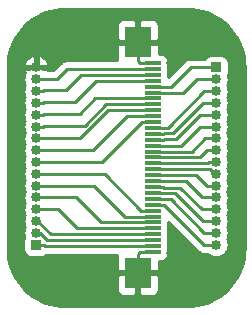
<source format=gbr>
G04 #@! TF.GenerationSoftware,KiCad,Pcbnew,(5.1.2)-2*
G04 #@! TF.CreationDate,2019-08-16T13:36:03-06:00*
G04 #@! TF.ProjectId,OLED_Dev,4f4c4544-5f44-4657-962e-6b696361645f,rev?*
G04 #@! TF.SameCoordinates,Original*
G04 #@! TF.FileFunction,Copper,L1,Top*
G04 #@! TF.FilePolarity,Positive*
%FSLAX46Y46*%
G04 Gerber Fmt 4.6, Leading zero omitted, Abs format (unit mm)*
G04 Created by KiCad (PCBNEW (5.1.2)-2) date 2019-08-16 13:36:03*
%MOMM*%
%LPD*%
G04 APERTURE LIST*
%ADD10O,0.850000X0.850000*%
%ADD11R,0.850000X0.850000*%
%ADD12R,2.300000X2.650000*%
%ADD13R,1.400000X0.300000*%
%ADD14C,0.250000*%
%ADD15C,0.254000*%
G04 APERTURE END LIST*
D10*
X182880000Y-121680000D03*
X182880000Y-120680000D03*
X182880000Y-119680000D03*
X182880000Y-118680000D03*
X182880000Y-117680000D03*
X182880000Y-116680000D03*
X182880000Y-115680000D03*
X182880000Y-114680000D03*
X182880000Y-113680000D03*
X182880000Y-112680000D03*
X182880000Y-111680000D03*
X182880000Y-110680000D03*
X182880000Y-109680000D03*
X182880000Y-108680000D03*
X182880000Y-107680000D03*
D11*
X182880000Y-106680000D03*
D10*
X167640000Y-106680000D03*
X167640000Y-107680000D03*
X167640000Y-108680000D03*
X167640000Y-109680000D03*
X167640000Y-110680000D03*
X167640000Y-111680000D03*
X167640000Y-112680000D03*
X167640000Y-113680000D03*
X167640000Y-114680000D03*
X167640000Y-115680000D03*
X167640000Y-116680000D03*
X167640000Y-117680000D03*
X167640000Y-118680000D03*
X167640000Y-119680000D03*
X167640000Y-120680000D03*
D11*
X167640000Y-121680000D03*
D12*
X176260000Y-124075000D03*
X176260000Y-104525000D03*
D13*
X177510000Y-122300000D03*
X177510000Y-121800000D03*
X177510000Y-121300000D03*
X177510000Y-120800000D03*
X177510000Y-120300000D03*
X177510000Y-119800000D03*
X177510000Y-119300000D03*
X177510000Y-118800000D03*
X177510000Y-118300000D03*
X177510000Y-117800000D03*
X177510000Y-117300000D03*
X177510000Y-116800000D03*
X177510000Y-116300000D03*
X177510000Y-115800000D03*
X177510000Y-115300000D03*
X177510000Y-114800000D03*
X177510000Y-114300000D03*
X177510000Y-113800000D03*
X177510000Y-113300000D03*
X177510000Y-112800000D03*
X177510000Y-112300000D03*
X177510000Y-111800000D03*
X177510000Y-111300000D03*
X177510000Y-110800000D03*
X177510000Y-110300000D03*
X177510000Y-109800000D03*
X177510000Y-109300000D03*
X177510000Y-108800000D03*
X177510000Y-108300000D03*
X177510000Y-107800000D03*
X177510000Y-107300000D03*
X177510000Y-106800000D03*
X177510000Y-106300000D03*
D14*
X176560000Y-106300000D02*
X177510000Y-106300000D01*
X176460000Y-106300000D02*
X176560000Y-106300000D01*
X176260000Y-106100000D02*
X176460000Y-106300000D01*
X176260000Y-104525000D02*
X176260000Y-106100000D01*
X176560000Y-122300000D02*
X177510000Y-122300000D01*
X176460000Y-122300000D02*
X176560000Y-122300000D01*
X176260000Y-122500000D02*
X176460000Y-122300000D01*
X176260000Y-124075000D02*
X176260000Y-122500000D01*
X168315000Y-121680000D02*
X167640000Y-121680000D01*
X168435000Y-121800000D02*
X168315000Y-121680000D01*
X177510000Y-121800000D02*
X168435000Y-121800000D01*
X176560000Y-121300000D02*
X177510000Y-121300000D01*
X168571410Y-121300000D02*
X176560000Y-121300000D01*
X167951410Y-120680000D02*
X168571410Y-121300000D01*
X167640000Y-120680000D02*
X167951410Y-120680000D01*
X176560000Y-120800000D02*
X177510000Y-120800000D01*
X168870002Y-120800000D02*
X176560000Y-120800000D01*
X167750002Y-119680000D02*
X168870002Y-120800000D01*
X167640000Y-119680000D02*
X167750002Y-119680000D01*
X167640000Y-118680000D02*
X169480000Y-118680000D01*
X171100000Y-120300000D02*
X177510000Y-120300000D01*
X169480000Y-118680000D02*
X171100000Y-120300000D01*
X167640000Y-117680000D02*
X171020000Y-117680000D01*
X173140000Y-119800000D02*
X177510000Y-119800000D01*
X171020000Y-117680000D02*
X173140000Y-119800000D01*
X175180000Y-119300000D02*
X177510000Y-119300000D01*
X167640000Y-116680000D02*
X172560000Y-116680000D01*
X172560000Y-116680000D02*
X175180000Y-119300000D01*
X168241040Y-115680000D02*
X167640000Y-115680000D01*
X173440000Y-115680000D02*
X168241040Y-115680000D01*
X176560000Y-118800000D02*
X173440000Y-115680000D01*
X177510000Y-118800000D02*
X176560000Y-118800000D01*
X182278960Y-121680000D02*
X182880000Y-121680000D01*
X181840000Y-121680000D02*
X182278960Y-121680000D01*
X178460000Y-118300000D02*
X181840000Y-121680000D01*
X177510000Y-118300000D02*
X178460000Y-118300000D01*
X177514999Y-117824999D02*
X179038999Y-117824999D01*
X177510000Y-117800000D02*
X177510000Y-117820000D01*
X177510000Y-117820000D02*
X177514999Y-117824999D01*
X181894000Y-120680000D02*
X182880000Y-120680000D01*
X179038999Y-117824999D02*
X181894000Y-120680000D01*
X177510000Y-117300000D02*
X179403000Y-117300000D01*
X181783000Y-119680000D02*
X182880000Y-119680000D01*
X179403000Y-117300000D02*
X181783000Y-119680000D01*
X178444990Y-116849990D02*
X179841990Y-116849990D01*
X177510000Y-116800000D02*
X178395000Y-116800000D01*
X178395000Y-116800000D02*
X178444990Y-116849990D01*
X181672000Y-118680000D02*
X182880000Y-118680000D01*
X179841990Y-116849990D02*
X181672000Y-118680000D01*
X177510000Y-116300000D02*
X180308000Y-116300000D01*
X181688000Y-117680000D02*
X182880000Y-117680000D01*
X180308000Y-116300000D02*
X181688000Y-117680000D01*
X177510000Y-115800000D02*
X181205000Y-115800000D01*
X182085000Y-116680000D02*
X182880000Y-116680000D01*
X181205000Y-115800000D02*
X182085000Y-116680000D01*
X182769998Y-115680000D02*
X182880000Y-115680000D01*
X182389998Y-115300000D02*
X182769998Y-115680000D01*
X177510000Y-115300000D02*
X182389998Y-115300000D01*
X182278960Y-114680000D02*
X182880000Y-114680000D01*
X182183959Y-114775001D02*
X182278960Y-114680000D01*
X178086999Y-114775001D02*
X182183959Y-114775001D01*
X178062000Y-114800000D02*
X178086999Y-114775001D01*
X177510000Y-114800000D02*
X178062000Y-114800000D01*
X177510000Y-114300000D02*
X181483000Y-114300000D01*
X182103000Y-113680000D02*
X182880000Y-113680000D01*
X181483000Y-114300000D02*
X182103000Y-113680000D01*
X177510000Y-113800000D02*
X180840000Y-113800000D01*
X181960000Y-112680000D02*
X182880000Y-112680000D01*
X180840000Y-113800000D02*
X181960000Y-112680000D01*
X177510000Y-113300000D02*
X179943000Y-113300000D01*
X181563000Y-111680000D02*
X182880000Y-111680000D01*
X179943000Y-113300000D02*
X181563000Y-111680000D01*
X178460000Y-112800000D02*
X178484000Y-112776000D01*
X177510000Y-112800000D02*
X178460000Y-112800000D01*
X178484000Y-112776000D02*
X179451000Y-112776000D01*
X181547000Y-110680000D02*
X182880000Y-110680000D01*
X179451000Y-112776000D02*
X181547000Y-110680000D01*
X178460000Y-112300000D02*
X178492000Y-112268000D01*
X177510000Y-112300000D02*
X178460000Y-112300000D01*
X178492000Y-112268000D02*
X179197000Y-112268000D01*
X181785000Y-109680000D02*
X182880000Y-109680000D01*
X179197000Y-112268000D02*
X181785000Y-109680000D01*
X177510000Y-111800000D02*
X178776000Y-111800000D01*
X181896000Y-108680000D02*
X182880000Y-108680000D01*
X178776000Y-111800000D02*
X181896000Y-108680000D01*
X176574998Y-111300000D02*
X177510000Y-111300000D01*
X173194998Y-114680000D02*
X176574998Y-111300000D01*
X167640000Y-114680000D02*
X173194998Y-114680000D01*
X167640000Y-113680000D02*
X172451000Y-113680000D01*
X175331000Y-110800000D02*
X177510000Y-110800000D01*
X172451000Y-113680000D02*
X175331000Y-110800000D01*
X167640000Y-112680000D02*
X171354000Y-112680000D01*
X173734000Y-110300000D02*
X177510000Y-110300000D01*
X171354000Y-112680000D02*
X173734000Y-110300000D01*
X176560000Y-109800000D02*
X177510000Y-109800000D01*
X173597590Y-109800000D02*
X176560000Y-109800000D01*
X171764590Y-111633000D02*
X173597590Y-109800000D01*
X168288040Y-111633000D02*
X171764590Y-111633000D01*
X168241040Y-111680000D02*
X168288040Y-111633000D01*
X167640000Y-111680000D02*
X168241040Y-111680000D01*
X168241040Y-110680000D02*
X168304040Y-110617000D01*
X167640000Y-110680000D02*
X168241040Y-110680000D01*
X168304040Y-110617000D02*
X171323000Y-110617000D01*
X172640000Y-109300000D02*
X177510000Y-109300000D01*
X171323000Y-110617000D02*
X172640000Y-109300000D01*
X177510000Y-108800000D02*
X180125000Y-108800000D01*
X181245000Y-107680000D02*
X182880000Y-107680000D01*
X180125000Y-108800000D02*
X181245000Y-107680000D01*
X177510000Y-108300000D02*
X179101000Y-108300000D01*
X180721000Y-106680000D02*
X182880000Y-106680000D01*
X179101000Y-108300000D02*
X180721000Y-106680000D01*
X172743000Y-107800000D02*
X177510000Y-107800000D01*
X170942000Y-109601000D02*
X172743000Y-107800000D01*
X168320040Y-109601000D02*
X170942000Y-109601000D01*
X167640000Y-109680000D02*
X168241040Y-109680000D01*
X168241040Y-109680000D02*
X168320040Y-109601000D01*
X171465000Y-107300000D02*
X177510000Y-107300000D01*
X170180000Y-108585000D02*
X171465000Y-107300000D01*
X168336040Y-108585000D02*
X170180000Y-108585000D01*
X167640000Y-108680000D02*
X168241040Y-108680000D01*
X168241040Y-108680000D02*
X168336040Y-108585000D01*
X177510000Y-106800000D02*
X170300000Y-106800000D01*
X169420000Y-107680000D02*
X167640000Y-107680000D01*
X170300000Y-106800000D02*
X169420000Y-107680000D01*
D15*
G36*
X180844692Y-101745664D02*
G01*
X181266168Y-101801151D01*
X181681198Y-101893162D01*
X182086620Y-102020991D01*
X182479375Y-102183675D01*
X182856434Y-102379960D01*
X183214968Y-102608371D01*
X183552230Y-102867161D01*
X183865646Y-103154354D01*
X184152839Y-103467770D01*
X184411629Y-103805032D01*
X184640040Y-104163566D01*
X184836325Y-104540625D01*
X184999009Y-104933380D01*
X185126838Y-105338802D01*
X185218849Y-105753832D01*
X185274336Y-106175308D01*
X185293000Y-106602769D01*
X185293000Y-121997231D01*
X185274336Y-122424692D01*
X185218849Y-122846168D01*
X185126838Y-123261198D01*
X184999009Y-123666620D01*
X184836325Y-124059375D01*
X184640040Y-124436434D01*
X184411629Y-124794968D01*
X184152839Y-125132230D01*
X183865646Y-125445646D01*
X183552230Y-125732839D01*
X183214968Y-125991629D01*
X182856434Y-126220040D01*
X182479375Y-126416325D01*
X182086620Y-126579009D01*
X181681198Y-126706838D01*
X181266168Y-126798849D01*
X180844692Y-126854336D01*
X180417231Y-126873000D01*
X170102769Y-126873000D01*
X169675308Y-126854336D01*
X169253832Y-126798849D01*
X168838802Y-126706838D01*
X168433380Y-126579009D01*
X168040625Y-126416325D01*
X167663566Y-126220040D01*
X167305032Y-125991629D01*
X166967770Y-125732839D01*
X166654354Y-125445646D01*
X166612528Y-125400000D01*
X174471928Y-125400000D01*
X174484188Y-125524482D01*
X174520498Y-125644180D01*
X174579463Y-125754494D01*
X174658815Y-125851185D01*
X174755506Y-125930537D01*
X174865820Y-125989502D01*
X174985518Y-126025812D01*
X175110000Y-126038072D01*
X175974250Y-126035000D01*
X176133000Y-125876250D01*
X176133000Y-124202000D01*
X176387000Y-124202000D01*
X176387000Y-125876250D01*
X176545750Y-126035000D01*
X177410000Y-126038072D01*
X177534482Y-126025812D01*
X177654180Y-125989502D01*
X177764494Y-125930537D01*
X177861185Y-125851185D01*
X177940537Y-125754494D01*
X177999502Y-125644180D01*
X178035812Y-125524482D01*
X178048072Y-125400000D01*
X178045000Y-124360750D01*
X177886250Y-124202000D01*
X176387000Y-124202000D01*
X176133000Y-124202000D01*
X174633750Y-124202000D01*
X174475000Y-124360750D01*
X174471928Y-125400000D01*
X166612528Y-125400000D01*
X166367161Y-125132230D01*
X166108371Y-124794968D01*
X165879960Y-124436434D01*
X165683675Y-124059375D01*
X165520991Y-123666620D01*
X165393162Y-123261198D01*
X165301151Y-122846168D01*
X165245664Y-122424692D01*
X165227000Y-121997231D01*
X165227000Y-107680000D01*
X166574872Y-107680000D01*
X166595338Y-107887796D01*
X166655950Y-108087607D01*
X166705335Y-108180000D01*
X166655950Y-108272393D01*
X166595338Y-108472204D01*
X166574872Y-108680000D01*
X166595338Y-108887796D01*
X166655950Y-109087607D01*
X166705335Y-109180000D01*
X166655950Y-109272393D01*
X166595338Y-109472204D01*
X166574872Y-109680000D01*
X166595338Y-109887796D01*
X166655950Y-110087607D01*
X166705335Y-110180000D01*
X166655950Y-110272393D01*
X166595338Y-110472204D01*
X166574872Y-110680000D01*
X166595338Y-110887796D01*
X166655950Y-111087607D01*
X166705335Y-111180000D01*
X166655950Y-111272393D01*
X166595338Y-111472204D01*
X166574872Y-111680000D01*
X166595338Y-111887796D01*
X166655950Y-112087607D01*
X166705335Y-112180000D01*
X166655950Y-112272393D01*
X166595338Y-112472204D01*
X166574872Y-112680000D01*
X166595338Y-112887796D01*
X166655950Y-113087607D01*
X166705335Y-113180000D01*
X166655950Y-113272393D01*
X166595338Y-113472204D01*
X166574872Y-113680000D01*
X166595338Y-113887796D01*
X166655950Y-114087607D01*
X166705335Y-114180000D01*
X166655950Y-114272393D01*
X166595338Y-114472204D01*
X166574872Y-114680000D01*
X166595338Y-114887796D01*
X166655950Y-115087607D01*
X166705335Y-115180000D01*
X166655950Y-115272393D01*
X166595338Y-115472204D01*
X166574872Y-115680000D01*
X166595338Y-115887796D01*
X166655950Y-116087607D01*
X166705335Y-116180000D01*
X166655950Y-116272393D01*
X166595338Y-116472204D01*
X166574872Y-116680000D01*
X166595338Y-116887796D01*
X166655950Y-117087607D01*
X166705335Y-117180000D01*
X166655950Y-117272393D01*
X166595338Y-117472204D01*
X166574872Y-117680000D01*
X166595338Y-117887796D01*
X166655950Y-118087607D01*
X166705335Y-118180000D01*
X166655950Y-118272393D01*
X166595338Y-118472204D01*
X166574872Y-118680000D01*
X166595338Y-118887796D01*
X166655950Y-119087607D01*
X166705335Y-119180000D01*
X166655950Y-119272393D01*
X166595338Y-119472204D01*
X166574872Y-119680000D01*
X166595338Y-119887796D01*
X166655950Y-120087607D01*
X166705335Y-120180000D01*
X166655950Y-120272393D01*
X166595338Y-120472204D01*
X166574872Y-120680000D01*
X166595338Y-120887796D01*
X166630065Y-121002276D01*
X166625498Y-121010820D01*
X166589188Y-121130518D01*
X166576928Y-121255000D01*
X166576928Y-122105000D01*
X166589188Y-122229482D01*
X166625498Y-122349180D01*
X166684463Y-122459494D01*
X166763815Y-122556185D01*
X166860506Y-122635537D01*
X166970820Y-122694502D01*
X167090518Y-122730812D01*
X167215000Y-122743072D01*
X168065000Y-122743072D01*
X168189482Y-122730812D01*
X168309180Y-122694502D01*
X168419494Y-122635537D01*
X168511536Y-122560000D01*
X174504063Y-122560000D01*
X174484188Y-122625518D01*
X174471928Y-122750000D01*
X174475000Y-123789250D01*
X174633750Y-123948000D01*
X176133000Y-123948000D01*
X176133000Y-123928000D01*
X176387000Y-123928000D01*
X176387000Y-123948000D01*
X177886250Y-123948000D01*
X178045000Y-123789250D01*
X178047076Y-123086861D01*
X178200046Y-123087994D01*
X178324704Y-123077677D01*
X178444954Y-123043239D01*
X178556174Y-122986003D01*
X178654092Y-122908169D01*
X178734943Y-122812727D01*
X178795621Y-122703346D01*
X178833794Y-122584229D01*
X178845000Y-122481750D01*
X178707725Y-122344475D01*
X178740537Y-122304494D01*
X178799502Y-122194180D01*
X178812753Y-122150497D01*
X178845000Y-122118250D01*
X178837898Y-122053302D01*
X178848072Y-121950000D01*
X178848072Y-121650000D01*
X178838223Y-121550000D01*
X178848072Y-121450000D01*
X178848072Y-121150000D01*
X178838223Y-121050000D01*
X178848072Y-120950000D01*
X178848072Y-120650000D01*
X178838223Y-120550000D01*
X178848072Y-120450000D01*
X178848072Y-120150000D01*
X178838223Y-120050000D01*
X178848072Y-119950000D01*
X178848072Y-119762873D01*
X181276200Y-122191002D01*
X181299999Y-122220001D01*
X181415724Y-122314974D01*
X181547753Y-122385546D01*
X181691014Y-122429003D01*
X181802667Y-122440000D01*
X181802677Y-122440000D01*
X181840000Y-122443676D01*
X181877323Y-122440000D01*
X182135177Y-122440000D01*
X182288247Y-122565622D01*
X182472393Y-122664050D01*
X182672204Y-122724662D01*
X182827934Y-122740000D01*
X182932066Y-122740000D01*
X183087796Y-122724662D01*
X183287607Y-122664050D01*
X183471753Y-122565622D01*
X183633159Y-122433159D01*
X183765622Y-122271753D01*
X183864050Y-122087607D01*
X183924662Y-121887796D01*
X183945128Y-121680000D01*
X183924662Y-121472204D01*
X183864050Y-121272393D01*
X183814665Y-121180000D01*
X183864050Y-121087607D01*
X183924662Y-120887796D01*
X183945128Y-120680000D01*
X183924662Y-120472204D01*
X183864050Y-120272393D01*
X183814665Y-120180000D01*
X183864050Y-120087607D01*
X183924662Y-119887796D01*
X183945128Y-119680000D01*
X183924662Y-119472204D01*
X183864050Y-119272393D01*
X183814665Y-119180000D01*
X183864050Y-119087607D01*
X183924662Y-118887796D01*
X183945128Y-118680000D01*
X183924662Y-118472204D01*
X183864050Y-118272393D01*
X183814665Y-118180000D01*
X183864050Y-118087607D01*
X183924662Y-117887796D01*
X183945128Y-117680000D01*
X183924662Y-117472204D01*
X183864050Y-117272393D01*
X183814665Y-117180000D01*
X183864050Y-117087607D01*
X183924662Y-116887796D01*
X183945128Y-116680000D01*
X183924662Y-116472204D01*
X183864050Y-116272393D01*
X183814665Y-116180000D01*
X183864050Y-116087607D01*
X183924662Y-115887796D01*
X183945128Y-115680000D01*
X183924662Y-115472204D01*
X183864050Y-115272393D01*
X183814665Y-115180000D01*
X183864050Y-115087607D01*
X183924662Y-114887796D01*
X183945128Y-114680000D01*
X183924662Y-114472204D01*
X183864050Y-114272393D01*
X183814665Y-114180000D01*
X183864050Y-114087607D01*
X183924662Y-113887796D01*
X183945128Y-113680000D01*
X183924662Y-113472204D01*
X183864050Y-113272393D01*
X183814665Y-113180000D01*
X183864050Y-113087607D01*
X183924662Y-112887796D01*
X183945128Y-112680000D01*
X183924662Y-112472204D01*
X183864050Y-112272393D01*
X183814665Y-112180000D01*
X183864050Y-112087607D01*
X183924662Y-111887796D01*
X183945128Y-111680000D01*
X183924662Y-111472204D01*
X183864050Y-111272393D01*
X183814665Y-111180000D01*
X183864050Y-111087607D01*
X183924662Y-110887796D01*
X183945128Y-110680000D01*
X183924662Y-110472204D01*
X183864050Y-110272393D01*
X183814665Y-110180000D01*
X183864050Y-110087607D01*
X183924662Y-109887796D01*
X183945128Y-109680000D01*
X183924662Y-109472204D01*
X183864050Y-109272393D01*
X183814665Y-109180000D01*
X183864050Y-109087607D01*
X183924662Y-108887796D01*
X183945128Y-108680000D01*
X183924662Y-108472204D01*
X183864050Y-108272393D01*
X183814665Y-108180000D01*
X183864050Y-108087607D01*
X183924662Y-107887796D01*
X183945128Y-107680000D01*
X183924662Y-107472204D01*
X183889935Y-107357724D01*
X183894502Y-107349180D01*
X183930812Y-107229482D01*
X183943072Y-107105000D01*
X183943072Y-106255000D01*
X183930812Y-106130518D01*
X183894502Y-106010820D01*
X183835537Y-105900506D01*
X183756185Y-105803815D01*
X183659494Y-105724463D01*
X183549180Y-105665498D01*
X183429482Y-105629188D01*
X183305000Y-105616928D01*
X182455000Y-105616928D01*
X182330518Y-105629188D01*
X182210820Y-105665498D01*
X182100506Y-105724463D01*
X182003815Y-105803815D01*
X181924463Y-105900506D01*
X181914043Y-105920000D01*
X180758323Y-105920000D01*
X180721000Y-105916324D01*
X180683677Y-105920000D01*
X180683667Y-105920000D01*
X180572014Y-105930997D01*
X180428753Y-105974454D01*
X180296723Y-106045026D01*
X180213083Y-106113668D01*
X180180999Y-106139999D01*
X180157201Y-106168997D01*
X178844999Y-107481200D01*
X178848072Y-107450000D01*
X178848072Y-107150000D01*
X178838223Y-107050000D01*
X178848072Y-106950000D01*
X178848072Y-106650000D01*
X178837898Y-106546698D01*
X178845000Y-106481750D01*
X178812753Y-106449503D01*
X178799502Y-106405820D01*
X178740537Y-106295506D01*
X178707725Y-106255525D01*
X178845000Y-106118250D01*
X178833794Y-106015771D01*
X178795621Y-105896654D01*
X178734943Y-105787273D01*
X178654092Y-105691831D01*
X178556174Y-105613997D01*
X178444954Y-105556761D01*
X178324704Y-105522323D01*
X178200046Y-105512006D01*
X178047076Y-105513139D01*
X178045000Y-104810750D01*
X177886250Y-104652000D01*
X176387000Y-104652000D01*
X176387000Y-104672000D01*
X176133000Y-104672000D01*
X176133000Y-104652000D01*
X174633750Y-104652000D01*
X174475000Y-104810750D01*
X174471928Y-105850000D01*
X174484188Y-105974482D01*
X174504063Y-106040000D01*
X170337323Y-106040000D01*
X170300000Y-106036324D01*
X170262677Y-106040000D01*
X170262667Y-106040000D01*
X170151014Y-106050997D01*
X170008656Y-106094180D01*
X170007753Y-106094454D01*
X169875723Y-106165026D01*
X169827632Y-106204494D01*
X169759999Y-106259999D01*
X169736201Y-106288997D01*
X169105199Y-106920000D01*
X168620463Y-106920000D01*
X168532257Y-106807000D01*
X168247133Y-106807000D01*
X168231753Y-106794378D01*
X168047607Y-106695950D01*
X167847796Y-106635338D01*
X167692066Y-106620000D01*
X167587934Y-106620000D01*
X167432204Y-106635338D01*
X167232393Y-106695950D01*
X167048247Y-106794378D01*
X167032867Y-106807000D01*
X166747743Y-106807000D01*
X166620460Y-106970062D01*
X166631128Y-107005250D01*
X166706302Y-107178191D01*
X166655950Y-107272393D01*
X166595338Y-107472204D01*
X166574872Y-107680000D01*
X165227000Y-107680000D01*
X165227000Y-106602769D01*
X165236292Y-106389938D01*
X166620460Y-106389938D01*
X166747743Y-106553000D01*
X167513000Y-106553000D01*
X167513000Y-105786379D01*
X167767000Y-105786379D01*
X167767000Y-106553000D01*
X168532257Y-106553000D01*
X168659540Y-106389938D01*
X168648872Y-106354750D01*
X168566034Y-106164178D01*
X168447609Y-105993429D01*
X168298148Y-105849064D01*
X168123394Y-105736632D01*
X167930064Y-105660453D01*
X167767000Y-105786379D01*
X167513000Y-105786379D01*
X167349936Y-105660453D01*
X167156606Y-105736632D01*
X166981852Y-105849064D01*
X166832391Y-105993429D01*
X166713966Y-106164178D01*
X166631128Y-106354750D01*
X166620460Y-106389938D01*
X165236292Y-106389938D01*
X165245664Y-106175308D01*
X165301151Y-105753832D01*
X165393162Y-105338802D01*
X165520991Y-104933380D01*
X165683675Y-104540625D01*
X165879960Y-104163566D01*
X166108371Y-103805032D01*
X166367161Y-103467770D01*
X166612527Y-103200000D01*
X174471928Y-103200000D01*
X174475000Y-104239250D01*
X174633750Y-104398000D01*
X176133000Y-104398000D01*
X176133000Y-102723750D01*
X176387000Y-102723750D01*
X176387000Y-104398000D01*
X177886250Y-104398000D01*
X178045000Y-104239250D01*
X178048072Y-103200000D01*
X178035812Y-103075518D01*
X177999502Y-102955820D01*
X177940537Y-102845506D01*
X177861185Y-102748815D01*
X177764494Y-102669463D01*
X177654180Y-102610498D01*
X177534482Y-102574188D01*
X177410000Y-102561928D01*
X176545750Y-102565000D01*
X176387000Y-102723750D01*
X176133000Y-102723750D01*
X175974250Y-102565000D01*
X175110000Y-102561928D01*
X174985518Y-102574188D01*
X174865820Y-102610498D01*
X174755506Y-102669463D01*
X174658815Y-102748815D01*
X174579463Y-102845506D01*
X174520498Y-102955820D01*
X174484188Y-103075518D01*
X174471928Y-103200000D01*
X166612527Y-103200000D01*
X166654354Y-103154354D01*
X166967770Y-102867161D01*
X167305032Y-102608371D01*
X167663566Y-102379960D01*
X168040625Y-102183675D01*
X168433380Y-102020991D01*
X168838802Y-101893162D01*
X169253832Y-101801151D01*
X169675308Y-101745664D01*
X170102769Y-101727000D01*
X180417231Y-101727000D01*
X180844692Y-101745664D01*
X180844692Y-101745664D01*
G37*
X180844692Y-101745664D02*
X181266168Y-101801151D01*
X181681198Y-101893162D01*
X182086620Y-102020991D01*
X182479375Y-102183675D01*
X182856434Y-102379960D01*
X183214968Y-102608371D01*
X183552230Y-102867161D01*
X183865646Y-103154354D01*
X184152839Y-103467770D01*
X184411629Y-103805032D01*
X184640040Y-104163566D01*
X184836325Y-104540625D01*
X184999009Y-104933380D01*
X185126838Y-105338802D01*
X185218849Y-105753832D01*
X185274336Y-106175308D01*
X185293000Y-106602769D01*
X185293000Y-121997231D01*
X185274336Y-122424692D01*
X185218849Y-122846168D01*
X185126838Y-123261198D01*
X184999009Y-123666620D01*
X184836325Y-124059375D01*
X184640040Y-124436434D01*
X184411629Y-124794968D01*
X184152839Y-125132230D01*
X183865646Y-125445646D01*
X183552230Y-125732839D01*
X183214968Y-125991629D01*
X182856434Y-126220040D01*
X182479375Y-126416325D01*
X182086620Y-126579009D01*
X181681198Y-126706838D01*
X181266168Y-126798849D01*
X180844692Y-126854336D01*
X180417231Y-126873000D01*
X170102769Y-126873000D01*
X169675308Y-126854336D01*
X169253832Y-126798849D01*
X168838802Y-126706838D01*
X168433380Y-126579009D01*
X168040625Y-126416325D01*
X167663566Y-126220040D01*
X167305032Y-125991629D01*
X166967770Y-125732839D01*
X166654354Y-125445646D01*
X166612528Y-125400000D01*
X174471928Y-125400000D01*
X174484188Y-125524482D01*
X174520498Y-125644180D01*
X174579463Y-125754494D01*
X174658815Y-125851185D01*
X174755506Y-125930537D01*
X174865820Y-125989502D01*
X174985518Y-126025812D01*
X175110000Y-126038072D01*
X175974250Y-126035000D01*
X176133000Y-125876250D01*
X176133000Y-124202000D01*
X176387000Y-124202000D01*
X176387000Y-125876250D01*
X176545750Y-126035000D01*
X177410000Y-126038072D01*
X177534482Y-126025812D01*
X177654180Y-125989502D01*
X177764494Y-125930537D01*
X177861185Y-125851185D01*
X177940537Y-125754494D01*
X177999502Y-125644180D01*
X178035812Y-125524482D01*
X178048072Y-125400000D01*
X178045000Y-124360750D01*
X177886250Y-124202000D01*
X176387000Y-124202000D01*
X176133000Y-124202000D01*
X174633750Y-124202000D01*
X174475000Y-124360750D01*
X174471928Y-125400000D01*
X166612528Y-125400000D01*
X166367161Y-125132230D01*
X166108371Y-124794968D01*
X165879960Y-124436434D01*
X165683675Y-124059375D01*
X165520991Y-123666620D01*
X165393162Y-123261198D01*
X165301151Y-122846168D01*
X165245664Y-122424692D01*
X165227000Y-121997231D01*
X165227000Y-107680000D01*
X166574872Y-107680000D01*
X166595338Y-107887796D01*
X166655950Y-108087607D01*
X166705335Y-108180000D01*
X166655950Y-108272393D01*
X166595338Y-108472204D01*
X166574872Y-108680000D01*
X166595338Y-108887796D01*
X166655950Y-109087607D01*
X166705335Y-109180000D01*
X166655950Y-109272393D01*
X166595338Y-109472204D01*
X166574872Y-109680000D01*
X166595338Y-109887796D01*
X166655950Y-110087607D01*
X166705335Y-110180000D01*
X166655950Y-110272393D01*
X166595338Y-110472204D01*
X166574872Y-110680000D01*
X166595338Y-110887796D01*
X166655950Y-111087607D01*
X166705335Y-111180000D01*
X166655950Y-111272393D01*
X166595338Y-111472204D01*
X166574872Y-111680000D01*
X166595338Y-111887796D01*
X166655950Y-112087607D01*
X166705335Y-112180000D01*
X166655950Y-112272393D01*
X166595338Y-112472204D01*
X166574872Y-112680000D01*
X166595338Y-112887796D01*
X166655950Y-113087607D01*
X166705335Y-113180000D01*
X166655950Y-113272393D01*
X166595338Y-113472204D01*
X166574872Y-113680000D01*
X166595338Y-113887796D01*
X166655950Y-114087607D01*
X166705335Y-114180000D01*
X166655950Y-114272393D01*
X166595338Y-114472204D01*
X166574872Y-114680000D01*
X166595338Y-114887796D01*
X166655950Y-115087607D01*
X166705335Y-115180000D01*
X166655950Y-115272393D01*
X166595338Y-115472204D01*
X166574872Y-115680000D01*
X166595338Y-115887796D01*
X166655950Y-116087607D01*
X166705335Y-116180000D01*
X166655950Y-116272393D01*
X166595338Y-116472204D01*
X166574872Y-116680000D01*
X166595338Y-116887796D01*
X166655950Y-117087607D01*
X166705335Y-117180000D01*
X166655950Y-117272393D01*
X166595338Y-117472204D01*
X166574872Y-117680000D01*
X166595338Y-117887796D01*
X166655950Y-118087607D01*
X166705335Y-118180000D01*
X166655950Y-118272393D01*
X166595338Y-118472204D01*
X166574872Y-118680000D01*
X166595338Y-118887796D01*
X166655950Y-119087607D01*
X166705335Y-119180000D01*
X166655950Y-119272393D01*
X166595338Y-119472204D01*
X166574872Y-119680000D01*
X166595338Y-119887796D01*
X166655950Y-120087607D01*
X166705335Y-120180000D01*
X166655950Y-120272393D01*
X166595338Y-120472204D01*
X166574872Y-120680000D01*
X166595338Y-120887796D01*
X166630065Y-121002276D01*
X166625498Y-121010820D01*
X166589188Y-121130518D01*
X166576928Y-121255000D01*
X166576928Y-122105000D01*
X166589188Y-122229482D01*
X166625498Y-122349180D01*
X166684463Y-122459494D01*
X166763815Y-122556185D01*
X166860506Y-122635537D01*
X166970820Y-122694502D01*
X167090518Y-122730812D01*
X167215000Y-122743072D01*
X168065000Y-122743072D01*
X168189482Y-122730812D01*
X168309180Y-122694502D01*
X168419494Y-122635537D01*
X168511536Y-122560000D01*
X174504063Y-122560000D01*
X174484188Y-122625518D01*
X174471928Y-122750000D01*
X174475000Y-123789250D01*
X174633750Y-123948000D01*
X176133000Y-123948000D01*
X176133000Y-123928000D01*
X176387000Y-123928000D01*
X176387000Y-123948000D01*
X177886250Y-123948000D01*
X178045000Y-123789250D01*
X178047076Y-123086861D01*
X178200046Y-123087994D01*
X178324704Y-123077677D01*
X178444954Y-123043239D01*
X178556174Y-122986003D01*
X178654092Y-122908169D01*
X178734943Y-122812727D01*
X178795621Y-122703346D01*
X178833794Y-122584229D01*
X178845000Y-122481750D01*
X178707725Y-122344475D01*
X178740537Y-122304494D01*
X178799502Y-122194180D01*
X178812753Y-122150497D01*
X178845000Y-122118250D01*
X178837898Y-122053302D01*
X178848072Y-121950000D01*
X178848072Y-121650000D01*
X178838223Y-121550000D01*
X178848072Y-121450000D01*
X178848072Y-121150000D01*
X178838223Y-121050000D01*
X178848072Y-120950000D01*
X178848072Y-120650000D01*
X178838223Y-120550000D01*
X178848072Y-120450000D01*
X178848072Y-120150000D01*
X178838223Y-120050000D01*
X178848072Y-119950000D01*
X178848072Y-119762873D01*
X181276200Y-122191002D01*
X181299999Y-122220001D01*
X181415724Y-122314974D01*
X181547753Y-122385546D01*
X181691014Y-122429003D01*
X181802667Y-122440000D01*
X181802677Y-122440000D01*
X181840000Y-122443676D01*
X181877323Y-122440000D01*
X182135177Y-122440000D01*
X182288247Y-122565622D01*
X182472393Y-122664050D01*
X182672204Y-122724662D01*
X182827934Y-122740000D01*
X182932066Y-122740000D01*
X183087796Y-122724662D01*
X183287607Y-122664050D01*
X183471753Y-122565622D01*
X183633159Y-122433159D01*
X183765622Y-122271753D01*
X183864050Y-122087607D01*
X183924662Y-121887796D01*
X183945128Y-121680000D01*
X183924662Y-121472204D01*
X183864050Y-121272393D01*
X183814665Y-121180000D01*
X183864050Y-121087607D01*
X183924662Y-120887796D01*
X183945128Y-120680000D01*
X183924662Y-120472204D01*
X183864050Y-120272393D01*
X183814665Y-120180000D01*
X183864050Y-120087607D01*
X183924662Y-119887796D01*
X183945128Y-119680000D01*
X183924662Y-119472204D01*
X183864050Y-119272393D01*
X183814665Y-119180000D01*
X183864050Y-119087607D01*
X183924662Y-118887796D01*
X183945128Y-118680000D01*
X183924662Y-118472204D01*
X183864050Y-118272393D01*
X183814665Y-118180000D01*
X183864050Y-118087607D01*
X183924662Y-117887796D01*
X183945128Y-117680000D01*
X183924662Y-117472204D01*
X183864050Y-117272393D01*
X183814665Y-117180000D01*
X183864050Y-117087607D01*
X183924662Y-116887796D01*
X183945128Y-116680000D01*
X183924662Y-116472204D01*
X183864050Y-116272393D01*
X183814665Y-116180000D01*
X183864050Y-116087607D01*
X183924662Y-115887796D01*
X183945128Y-115680000D01*
X183924662Y-115472204D01*
X183864050Y-115272393D01*
X183814665Y-115180000D01*
X183864050Y-115087607D01*
X183924662Y-114887796D01*
X183945128Y-114680000D01*
X183924662Y-114472204D01*
X183864050Y-114272393D01*
X183814665Y-114180000D01*
X183864050Y-114087607D01*
X183924662Y-113887796D01*
X183945128Y-113680000D01*
X183924662Y-113472204D01*
X183864050Y-113272393D01*
X183814665Y-113180000D01*
X183864050Y-113087607D01*
X183924662Y-112887796D01*
X183945128Y-112680000D01*
X183924662Y-112472204D01*
X183864050Y-112272393D01*
X183814665Y-112180000D01*
X183864050Y-112087607D01*
X183924662Y-111887796D01*
X183945128Y-111680000D01*
X183924662Y-111472204D01*
X183864050Y-111272393D01*
X183814665Y-111180000D01*
X183864050Y-111087607D01*
X183924662Y-110887796D01*
X183945128Y-110680000D01*
X183924662Y-110472204D01*
X183864050Y-110272393D01*
X183814665Y-110180000D01*
X183864050Y-110087607D01*
X183924662Y-109887796D01*
X183945128Y-109680000D01*
X183924662Y-109472204D01*
X183864050Y-109272393D01*
X183814665Y-109180000D01*
X183864050Y-109087607D01*
X183924662Y-108887796D01*
X183945128Y-108680000D01*
X183924662Y-108472204D01*
X183864050Y-108272393D01*
X183814665Y-108180000D01*
X183864050Y-108087607D01*
X183924662Y-107887796D01*
X183945128Y-107680000D01*
X183924662Y-107472204D01*
X183889935Y-107357724D01*
X183894502Y-107349180D01*
X183930812Y-107229482D01*
X183943072Y-107105000D01*
X183943072Y-106255000D01*
X183930812Y-106130518D01*
X183894502Y-106010820D01*
X183835537Y-105900506D01*
X183756185Y-105803815D01*
X183659494Y-105724463D01*
X183549180Y-105665498D01*
X183429482Y-105629188D01*
X183305000Y-105616928D01*
X182455000Y-105616928D01*
X182330518Y-105629188D01*
X182210820Y-105665498D01*
X182100506Y-105724463D01*
X182003815Y-105803815D01*
X181924463Y-105900506D01*
X181914043Y-105920000D01*
X180758323Y-105920000D01*
X180721000Y-105916324D01*
X180683677Y-105920000D01*
X180683667Y-105920000D01*
X180572014Y-105930997D01*
X180428753Y-105974454D01*
X180296723Y-106045026D01*
X180213083Y-106113668D01*
X180180999Y-106139999D01*
X180157201Y-106168997D01*
X178844999Y-107481200D01*
X178848072Y-107450000D01*
X178848072Y-107150000D01*
X178838223Y-107050000D01*
X178848072Y-106950000D01*
X178848072Y-106650000D01*
X178837898Y-106546698D01*
X178845000Y-106481750D01*
X178812753Y-106449503D01*
X178799502Y-106405820D01*
X178740537Y-106295506D01*
X178707725Y-106255525D01*
X178845000Y-106118250D01*
X178833794Y-106015771D01*
X178795621Y-105896654D01*
X178734943Y-105787273D01*
X178654092Y-105691831D01*
X178556174Y-105613997D01*
X178444954Y-105556761D01*
X178324704Y-105522323D01*
X178200046Y-105512006D01*
X178047076Y-105513139D01*
X178045000Y-104810750D01*
X177886250Y-104652000D01*
X176387000Y-104652000D01*
X176387000Y-104672000D01*
X176133000Y-104672000D01*
X176133000Y-104652000D01*
X174633750Y-104652000D01*
X174475000Y-104810750D01*
X174471928Y-105850000D01*
X174484188Y-105974482D01*
X174504063Y-106040000D01*
X170337323Y-106040000D01*
X170300000Y-106036324D01*
X170262677Y-106040000D01*
X170262667Y-106040000D01*
X170151014Y-106050997D01*
X170008656Y-106094180D01*
X170007753Y-106094454D01*
X169875723Y-106165026D01*
X169827632Y-106204494D01*
X169759999Y-106259999D01*
X169736201Y-106288997D01*
X169105199Y-106920000D01*
X168620463Y-106920000D01*
X168532257Y-106807000D01*
X168247133Y-106807000D01*
X168231753Y-106794378D01*
X168047607Y-106695950D01*
X167847796Y-106635338D01*
X167692066Y-106620000D01*
X167587934Y-106620000D01*
X167432204Y-106635338D01*
X167232393Y-106695950D01*
X167048247Y-106794378D01*
X167032867Y-106807000D01*
X166747743Y-106807000D01*
X166620460Y-106970062D01*
X166631128Y-107005250D01*
X166706302Y-107178191D01*
X166655950Y-107272393D01*
X166595338Y-107472204D01*
X166574872Y-107680000D01*
X165227000Y-107680000D01*
X165227000Y-106602769D01*
X165236292Y-106389938D01*
X166620460Y-106389938D01*
X166747743Y-106553000D01*
X167513000Y-106553000D01*
X167513000Y-105786379D01*
X167767000Y-105786379D01*
X167767000Y-106553000D01*
X168532257Y-106553000D01*
X168659540Y-106389938D01*
X168648872Y-106354750D01*
X168566034Y-106164178D01*
X168447609Y-105993429D01*
X168298148Y-105849064D01*
X168123394Y-105736632D01*
X167930064Y-105660453D01*
X167767000Y-105786379D01*
X167513000Y-105786379D01*
X167349936Y-105660453D01*
X167156606Y-105736632D01*
X166981852Y-105849064D01*
X166832391Y-105993429D01*
X166713966Y-106164178D01*
X166631128Y-106354750D01*
X166620460Y-106389938D01*
X165236292Y-106389938D01*
X165245664Y-106175308D01*
X165301151Y-105753832D01*
X165393162Y-105338802D01*
X165520991Y-104933380D01*
X165683675Y-104540625D01*
X165879960Y-104163566D01*
X166108371Y-103805032D01*
X166367161Y-103467770D01*
X166612527Y-103200000D01*
X174471928Y-103200000D01*
X174475000Y-104239250D01*
X174633750Y-104398000D01*
X176133000Y-104398000D01*
X176133000Y-102723750D01*
X176387000Y-102723750D01*
X176387000Y-104398000D01*
X177886250Y-104398000D01*
X178045000Y-104239250D01*
X178048072Y-103200000D01*
X178035812Y-103075518D01*
X177999502Y-102955820D01*
X177940537Y-102845506D01*
X177861185Y-102748815D01*
X177764494Y-102669463D01*
X177654180Y-102610498D01*
X177534482Y-102574188D01*
X177410000Y-102561928D01*
X176545750Y-102565000D01*
X176387000Y-102723750D01*
X176133000Y-102723750D01*
X175974250Y-102565000D01*
X175110000Y-102561928D01*
X174985518Y-102574188D01*
X174865820Y-102610498D01*
X174755506Y-102669463D01*
X174658815Y-102748815D01*
X174579463Y-102845506D01*
X174520498Y-102955820D01*
X174484188Y-103075518D01*
X174471928Y-103200000D01*
X166612527Y-103200000D01*
X166654354Y-103154354D01*
X166967770Y-102867161D01*
X167305032Y-102608371D01*
X167663566Y-102379960D01*
X168040625Y-102183675D01*
X168433380Y-102020991D01*
X168838802Y-101893162D01*
X169253832Y-101801151D01*
X169675308Y-101745664D01*
X170102769Y-101727000D01*
X180417231Y-101727000D01*
X180844692Y-101745664D01*
M02*

</source>
